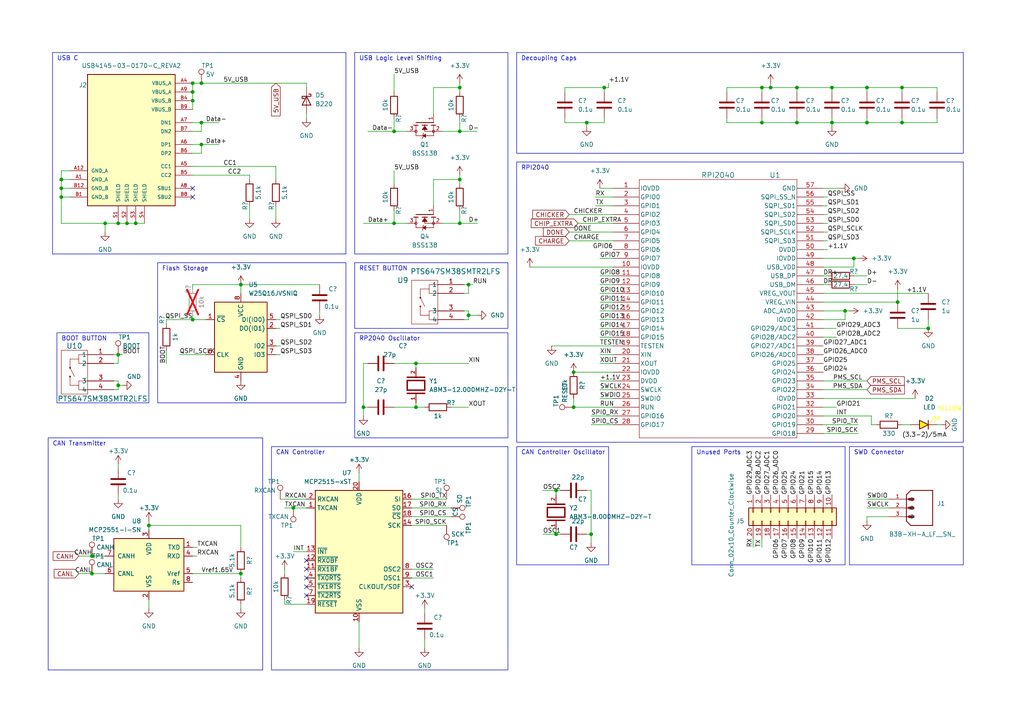
<source format=kicad_sch>
(kicad_sch (version 20230121) (generator eeschema)
  (paper "A4")
  (junction (at 30.48 64.77))
  (junction (at 58.42 41.91))
  (junction (at 133.35 25.4))
  (junction (at 69.85 166.37))
  (junction (at 69.85 82.55))
  (junction (at 171.45 154.94))
  (junction (at 120.65 105.41))
  (junction (at 34.29 111.76))
  (junction (at 55.88 92.71))
  (junction (at 269.24 95.25))
  (junction (at 251.46 35.56))
  (junction (at 43.18 152.4))
  (junction (at 251.46 25.4))
  (junction (at 26.67 166.37))
  (junction (at 170.18 35.56))
  (junction (at 231.14 35.56))
  (junction (at 231.14 25.4))
  (junction (at 135.89 82.55))
  (junction (at 166.37 107.95))
  (junction (at 261.62 35.56))
  (junction (at 39.37 64.77))
  (junction (at 55.88 24.13))
  (junction (at 17.78 54.61))
  (junction (at 17.78 57.15))
  (junction (at 133.35 38.1))
  (junction (at 241.3 35.56))
  (junction (at 247.65 74.93))
  (junction (at 261.62 25.4))
  (junction (at 241.3 25.4))
  (junction (at 36.83 64.77))
  (junction (at 105.41 118.11))
  (junction (at 120.65 118.11))
  (junction (at 17.78 52.07))
  (junction (at 223.52 25.4))
  (junction (at 133.35 64.77))
  (junction (at 114.3 64.77))
  (junction (at 245.11 90.17))
  (junction (at 85.09 147.32))
  (junction (at 220.98 25.4))
  (junction (at 58.42 24.13))
  (junction (at 58.42 35.56))
  (junction (at 26.67 161.29))
  (junction (at 133.35 52.07))
  (junction (at 260.35 87.63))
  (junction (at 175.26 25.4))
  (junction (at 135.89 91.44))
  (junction (at 34.29 102.87))
  (junction (at 114.3 38.1))
  (junction (at 161.29 142.24))
  (junction (at 220.98 35.56))
  (junction (at 55.88 29.21))
  (junction (at 55.88 26.67))
  (junction (at 166.37 118.11))
  (junction (at 161.29 154.94))
  (junction (at 34.29 64.77))
  (no_connect (at 88.9 167.64))
  (no_connect (at 88.9 172.72))
  (no_connect (at 88.9 170.18))
  (no_connect (at 55.88 54.61))
  (no_connect (at 88.9 162.56))
  (no_connect (at 88.9 165.1))
  (no_connect (at 55.88 57.15))
  (no_connect (at 119.38 170.18))
  (wire (pts (xy 166.37 118.11) (xy 177.8 118.11)))
  (wire (pts (xy 231.14 35.56) (xy 220.98 35.56)))
  (wire (pts (xy 238.76 110.49) (xy 251.46 110.49)))
  (wire (pts (xy 118.11 38.1) (xy 114.3 38.1)))
  (wire (pts (xy 238.76 120.65) (xy 252.73 120.65)))
  (wire (pts (xy 34.29 64.77) (xy 36.83 64.77)))
  (wire (pts (xy 34.29 102.87) (xy 35.56 102.87)))
  (wire (pts (xy 176.53 24.13) (xy 176.53 25.4)))
  (wire (pts (xy 43.18 152.4) (xy 43.18 153.67)))
  (wire (pts (xy 172.72 59.69) (xy 177.8 59.69)))
  (wire (pts (xy 163.83 25.4) (xy 163.83 26.67)))
  (wire (pts (xy 260.35 95.25) (xy 269.24 95.25)))
  (wire (pts (xy 261.62 26.67) (xy 261.62 25.4)))
  (wire (pts (xy 220.98 25.4) (xy 210.82 25.4)))
  (wire (pts (xy 58.42 38.1) (xy 58.42 35.56)))
  (wire (pts (xy 238.76 72.39) (xy 240.03 72.39)))
  (wire (pts (xy 22.86 166.37) (xy 26.67 166.37)))
  (wire (pts (xy 120.65 118.11) (xy 120.65 116.84)))
  (wire (pts (xy 34.29 105.41) (xy 34.29 102.87)))
  (wire (pts (xy 85.09 147.32) (xy 88.9 147.32)))
  (wire (pts (xy 55.88 92.71) (xy 55.88 91.44)))
  (wire (pts (xy 106.68 38.1) (xy 114.3 38.1)))
  (wire (pts (xy 247.65 77.47) (xy 247.65 74.93)))
  (wire (pts (xy 55.88 35.56) (xy 58.42 35.56)))
  (wire (pts (xy 220.98 25.4) (xy 220.98 26.67)))
  (wire (pts (xy 271.78 26.67) (xy 271.78 25.4)))
  (wire (pts (xy 20.32 52.07) (xy 17.78 52.07)))
  (wire (pts (xy 172.72 57.15) (xy 177.8 57.15)))
  (wire (pts (xy 43.18 152.4) (xy 43.18 151.13)))
  (wire (pts (xy 173.99 110.49) (xy 177.8 110.49)))
  (wire (pts (xy 48.26 92.71) (xy 55.88 92.71)))
  (wire (pts (xy 133.35 52.07) (xy 133.35 53.34)))
  (wire (pts (xy 223.52 25.4) (xy 220.98 25.4)))
  (wire (pts (xy 119.38 165.1) (xy 125.73 165.1)))
  (wire (pts (xy 252.73 123.19) (xy 254 123.19)))
  (wire (pts (xy 173.99 82.55) (xy 177.8 82.55)))
  (wire (pts (xy 241.3 26.67) (xy 241.3 25.4)))
  (wire (pts (xy 34.29 111.76) (xy 34.29 110.49)))
  (wire (pts (xy 26.67 166.37) (xy 30.48 166.37)))
  (wire (pts (xy 55.88 24.13) (xy 55.88 26.67)))
  (wire (pts (xy 238.76 90.17) (xy 245.11 90.17)))
  (wire (pts (xy 119.38 152.4) (xy 129.54 152.4)))
  (wire (pts (xy 231.14 25.4) (xy 223.52 25.4)))
  (wire (pts (xy 170.18 154.94) (xy 171.45 154.94)))
  (wire (pts (xy 177.8 69.85) (xy 165.1 69.85)))
  (wire (pts (xy 20.32 49.53) (xy 17.78 49.53)))
  (wire (pts (xy 30.48 64.77) (xy 30.48 67.31)))
  (wire (pts (xy 238.76 59.69) (xy 240.03 59.69)))
  (wire (pts (xy 173.99 115.57) (xy 177.8 115.57)))
  (wire (pts (xy 17.78 64.77) (xy 17.78 57.15)))
  (wire (pts (xy 171.45 120.65) (xy 177.8 120.65)))
  (wire (pts (xy 238.76 113.03) (xy 251.46 113.03)))
  (wire (pts (xy 81.28 144.78) (xy 88.9 144.78)))
  (wire (pts (xy 30.48 64.77) (xy 34.29 64.77)))
  (wire (pts (xy 120.65 118.11) (xy 123.19 118.11)))
  (wire (pts (xy 241.3 35.56) (xy 241.3 36.83)))
  (wire (pts (xy 88.9 24.13) (xy 88.9 25.4)))
  (wire (pts (xy 88.9 33.02) (xy 88.9 34.29)))
  (wire (pts (xy 218.44 156.21) (xy 218.44 158.75)))
  (wire (pts (xy 261.62 35.56) (xy 251.46 35.56)))
  (wire (pts (xy 125.73 25.4) (xy 133.35 25.4)))
  (wire (pts (xy 163.83 25.4) (xy 175.26 25.4)))
  (wire (pts (xy 177.8 67.31) (xy 165.1 67.31)))
  (wire (pts (xy 104.14 137.16) (xy 104.14 139.7)))
  (wire (pts (xy 210.82 35.56) (xy 210.82 34.29)))
  (wire (pts (xy 134.62 82.55) (xy 135.89 82.55)))
  (wire (pts (xy 245.11 90.17) (xy 245.11 92.71)))
  (wire (pts (xy 33.02 113.03) (xy 34.29 113.03)))
  (wire (pts (xy 231.14 34.29) (xy 231.14 35.56)))
  (wire (pts (xy 85.09 160.02) (xy 88.9 160.02)))
  (wire (pts (xy 20.32 54.61) (xy 17.78 54.61)))
  (wire (pts (xy 55.88 48.26) (xy 80.01 48.26)))
  (wire (pts (xy 20.32 57.15) (xy 17.78 57.15)))
  (wire (pts (xy 118.11 64.77) (xy 114.3 64.77)))
  (wire (pts (xy 163.83 35.56) (xy 163.83 34.29)))
  (wire (pts (xy 135.89 91.44) (xy 135.89 90.17)))
  (wire (pts (xy 114.3 34.29) (xy 114.3 38.1)))
  (wire (pts (xy 247.65 82.55) (xy 251.46 82.55)))
  (wire (pts (xy 170.18 35.56) (xy 163.83 35.56)))
  (wire (pts (xy 17.78 64.77) (xy 30.48 64.77)))
  (wire (pts (xy 173.99 113.03) (xy 177.8 113.03)))
  (wire (pts (xy 173.99 102.87) (xy 177.8 102.87)))
  (wire (pts (xy 80.01 100.33) (xy 81.28 100.33)))
  (wire (pts (xy 238.76 97.79) (xy 242.57 97.79)))
  (wire (pts (xy 80.01 92.71) (xy 81.28 92.71)))
  (wire (pts (xy 133.35 34.29) (xy 133.35 38.1)))
  (wire (pts (xy 175.26 34.29) (xy 175.26 35.56)))
  (wire (pts (xy 119.38 167.64) (xy 125.73 167.64)))
  (wire (pts (xy 135.89 92.71) (xy 135.89 91.44)))
  (wire (pts (xy 173.99 105.41) (xy 177.8 105.41)))
  (wire (pts (xy 241.3 34.29) (xy 241.3 35.56)))
  (wire (pts (xy 241.3 25.4) (xy 231.14 25.4)))
  (wire (pts (xy 238.76 92.71) (xy 245.11 92.71)))
  (wire (pts (xy 271.78 34.29) (xy 271.78 35.56)))
  (wire (pts (xy 271.78 123.19) (xy 273.05 123.19)))
  (wire (pts (xy 261.62 123.19) (xy 264.16 123.19)))
  (wire (pts (xy 69.85 82.55) (xy 69.85 85.09)))
  (wire (pts (xy 34.29 143.51) (xy 34.29 144.78)))
  (wire (pts (xy 135.89 82.55) (xy 137.16 82.55)))
  (wire (pts (xy 251.46 149.86) (xy 257.81 149.86)))
  (wire (pts (xy 247.65 80.01) (xy 251.46 80.01)))
  (wire (pts (xy 58.42 35.56) (xy 63.5 35.56)))
  (wire (pts (xy 125.73 52.07) (xy 133.35 52.07)))
  (wire (pts (xy 35.56 111.76) (xy 34.29 111.76)))
  (wire (pts (xy 251.46 34.29) (xy 251.46 35.56)))
  (wire (pts (xy 34.29 113.03) (xy 34.29 111.76)))
  (wire (pts (xy 135.89 85.09) (xy 135.89 82.55)))
  (wire (pts (xy 119.38 144.78) (xy 129.54 144.78)))
  (wire (pts (xy 105.41 105.41) (xy 106.68 105.41)))
  (wire (pts (xy 69.85 152.4) (xy 43.18 152.4)))
  (wire (pts (xy 57.15 158.75) (xy 55.88 158.75)))
  (wire (pts (xy 173.99 92.71) (xy 177.8 92.71)))
  (wire (pts (xy 238.76 69.85) (xy 240.03 69.85)))
  (wire (pts (xy 119.38 149.86) (xy 130.81 149.86)))
  (wire (pts (xy 55.88 29.21) (xy 55.88 31.75)))
  (wire (pts (xy 88.9 175.26) (xy 82.55 175.26)))
  (wire (pts (xy 33.02 110.49) (xy 34.29 110.49)))
  (wire (pts (xy 175.26 35.56) (xy 170.18 35.56)))
  (wire (pts (xy 55.88 24.13) (xy 58.42 24.13)))
  (wire (pts (xy 133.35 60.96) (xy 133.35 64.77)))
  (wire (pts (xy 80.01 102.87) (xy 81.28 102.87)))
  (wire (pts (xy 82.55 165.1) (xy 82.55 166.37)))
  (wire (pts (xy 55.88 44.45) (xy 58.42 44.45)))
  (wire (pts (xy 55.88 50.8) (xy 72.39 50.8)))
  (wire (pts (xy 161.29 153.67) (xy 161.29 154.94)))
  (wire (pts (xy 80.01 59.69) (xy 80.01 63.5)))
  (wire (pts (xy 243.84 54.61) (xy 238.76 54.61)))
  (wire (pts (xy 138.43 38.1) (xy 133.35 38.1)))
  (wire (pts (xy 82.55 147.32) (xy 85.09 147.32)))
  (wire (pts (xy 173.99 74.93) (xy 177.8 74.93)))
  (wire (pts (xy 161.29 142.24) (xy 162.56 142.24)))
  (wire (pts (xy 251.46 25.4) (xy 241.3 25.4)))
  (wire (pts (xy 34.29 134.62) (xy 34.29 135.89)))
  (wire (pts (xy 170.18 35.56) (xy 170.18 36.83)))
  (wire (pts (xy 69.85 166.37) (xy 69.85 167.64)))
  (wire (pts (xy 173.99 90.17) (xy 177.8 90.17)))
  (wire (pts (xy 171.45 123.19) (xy 177.8 123.19)))
  (wire (pts (xy 157.48 154.94) (xy 161.29 154.94)))
  (wire (pts (xy 82.55 175.26) (xy 82.55 173.99)))
  (wire (pts (xy 223.52 24.13) (xy 223.52 25.4)))
  (wire (pts (xy 238.76 85.09) (xy 269.24 85.09)))
  (wire (pts (xy 92.71 90.17) (xy 92.71 91.44)))
  (wire (pts (xy 125.73 59.69) (xy 125.73 52.07)))
  (wire (pts (xy 114.3 118.11) (xy 120.65 118.11)))
  (wire (pts (xy 58.42 41.91) (xy 63.5 41.91)))
  (wire (pts (xy 39.37 64.77) (xy 41.91 64.77)))
  (wire (pts (xy 134.62 90.17) (xy 135.89 90.17)))
  (wire (pts (xy 238.76 82.55) (xy 240.03 82.55)))
  (wire (pts (xy 245.11 90.17) (xy 246.38 90.17)))
  (wire (pts (xy 133.35 38.1) (xy 128.27 38.1)))
  (wire (pts (xy 69.85 158.75) (xy 69.85 152.4)))
  (wire (pts (xy 58.42 24.13) (xy 88.9 24.13)))
  (wire (pts (xy 238.76 118.11) (xy 242.57 118.11)))
  (wire (pts (xy 55.88 82.55) (xy 69.85 82.55)))
  (wire (pts (xy 261.62 34.29) (xy 261.62 35.56)))
  (wire (pts (xy 55.88 92.71) (xy 59.69 92.71)))
  (wire (pts (xy 166.37 107.95) (xy 177.8 107.95)))
  (wire (pts (xy 130.81 118.11) (xy 135.89 118.11)))
  (wire (pts (xy 72.39 59.69) (xy 72.39 63.5)))
  (wire (pts (xy 173.99 95.25) (xy 177.8 95.25)))
  (wire (pts (xy 238.76 62.23) (xy 240.03 62.23)))
  (wire (pts (xy 238.76 95.25) (xy 242.57 95.25)))
  (wire (pts (xy 69.85 175.26) (xy 69.85 176.53)))
  (wire (pts (xy 133.35 25.4) (xy 133.35 26.67)))
  (wire (pts (xy 134.62 85.09) (xy 135.89 85.09)))
  (wire (pts (xy 251.46 35.56) (xy 241.3 35.56)))
  (wire (pts (xy 252.73 123.19) (xy 252.73 120.65)))
  (wire (pts (xy 55.88 41.91) (xy 58.42 41.91)))
  (wire (pts (xy 241.3 35.56) (xy 231.14 35.56)))
  (wire (pts (xy 36.83 64.77) (xy 39.37 64.77)))
  (wire (pts (xy 125.73 33.02) (xy 125.73 25.4)))
  (wire (pts (xy 69.85 82.55) (xy 92.71 82.55)))
  (wire (pts (xy 105.41 118.11) (xy 105.41 105.41)))
  (wire (pts (xy 55.88 83.82) (xy 55.88 82.55)))
  (wire (pts (xy 265.43 115.57) (xy 238.76 115.57)))
  (wire (pts (xy 251.46 25.4) (xy 261.62 25.4)))
  (wire (pts (xy 251.46 147.32) (xy 257.81 147.32)))
  (wire (pts (xy 119.38 147.32) (xy 130.81 147.32)))
  (wire (pts (xy 238.76 57.15) (xy 240.03 57.15)))
  (wire (pts (xy 80.01 95.25) (xy 81.28 95.25)))
  (wire (pts (xy 173.99 54.61) (xy 177.8 54.61)))
  (wire (pts (xy 153.67 77.47) (xy 177.8 77.47)))
  (wire (pts (xy 220.98 34.29) (xy 220.98 35.56)))
  (wire (pts (xy 80.01 52.07) (xy 80.01 48.26)))
  (wire (pts (xy 57.15 161.29) (xy 55.88 161.29)))
  (wire (pts (xy 173.99 85.09) (xy 177.8 85.09)))
  (wire (pts (xy 231.14 26.67) (xy 231.14 25.4)))
  (wire (pts (xy 120.65 106.68) (xy 120.65 105.41)))
  (wire (pts (xy 171.45 142.24) (xy 171.45 154.94)))
  (wire (pts (xy 175.26 25.4) (xy 175.26 26.67)))
  (wire (pts (xy 173.99 97.79) (xy 177.8 97.79)))
  (wire (pts (xy 238.76 67.31) (xy 240.03 67.31)))
  (wire (pts (xy 120.65 105.41) (xy 135.89 105.41)))
  (wire (pts (xy 133.35 50.8) (xy 133.35 52.07)))
  (wire (pts (xy 167.64 64.77) (xy 177.8 64.77)))
  (wire (pts (xy 173.99 80.01) (xy 177.8 80.01)))
  (wire (pts (xy 248.92 74.93) (xy 247.65 74.93)))
  (wire (pts (xy 55.88 26.67) (xy 55.88 29.21)))
  (wire (pts (xy 269.24 92.71) (xy 269.24 95.25)))
  (wire (pts (xy 251.46 26.67) (xy 251.46 25.4)))
  (wire (pts (xy 48.26 101.6) (xy 48.26 105.41)))
  (wire (pts (xy 105.41 118.11) (xy 106.68 118.11)))
  (wire (pts (xy 105.41 64.77) (xy 114.3 64.77)))
  (wire (pts (xy 177.8 62.23) (xy 165.1 62.23)))
  (wire (pts (xy 55.88 38.1) (xy 58.42 38.1)))
  (wire (pts (xy 170.18 142.24) (xy 171.45 142.24)))
  (wire (pts (xy 166.37 115.57) (xy 166.37 118.11)))
  (wire (pts (xy 58.42 44.45) (xy 58.42 41.91)))
  (wire (pts (xy 22.86 161.29) (xy 26.67 161.29)))
  (wire (pts (xy 238.76 77.47) (xy 247.65 77.47)))
  (wire (pts (xy 176.53 25.4) (xy 175.26 25.4)))
  (wire (pts (xy 160.02 100.33) (xy 177.8 100.33)))
  (wire (pts (xy 114.3 60.96) (xy 114.3 64.77)))
  (wire (pts (xy 173.99 87.63) (xy 177.8 87.63)))
  (wire (pts (xy 105.41 120.65) (xy 105.41 118.11)))
  (wire (pts (xy 138.43 64.77) (xy 133.35 64.77)))
  (wire (pts (xy 238.76 74.93) (xy 247.65 74.93)))
  (wire (pts (xy 251.46 149.86) (xy 251.46 151.13)))
  (wire (pts (xy 33.02 102.87) (xy 34.29 102.87)))
  (wire (pts (xy 133.35 64.77) (xy 128.27 64.77)))
  (wire (pts (xy 17.78 54.61) (xy 17.78 57.15)))
  (wire (pts (xy 17.78 49.53) (xy 17.78 52.07)))
  (wire (pts (xy 210.82 25.4) (xy 210.82 26.67)))
  (wire (pts (xy 220.98 35.56) (xy 210.82 35.56)))
  (wire (pts (xy 26.67 161.29) (xy 30.48 161.29)))
  (wire (pts (xy 114.3 105.41) (xy 120.65 105.41)))
  (wire (pts (xy 238.76 87.63) (xy 260.35 87.63)))
  (wire (pts (xy 171.45 157.48) (xy 171.45 154.94)))
  (wire (pts (xy 104.14 180.34) (xy 104.14 187.96)))
  (wire (pts (xy 157.48 142.24) (xy 161.29 142.24)))
  (wire (pts (xy 123.19 185.42) (xy 123.19 187.96)))
  (wire (pts (xy 220.98 156.21) (xy 220.98 158.75)))
  (wire (pts (xy 251.46 144.78) (xy 257.81 144.78)))
  (wire (pts (xy 48.26 93.98) (xy 48.26 92.71)))
  (wire (pts (xy 138.43 91.44) (xy 135.89 91.44)))
  (wire (pts (xy 238.76 64.77) (xy 240.03 64.77)))
  (wire (pts (xy 114.3 49.53) (xy 114.3 53.34)))
  (wire (pts (xy 43.18 173.99) (xy 43.18 176.53)))
  (wire (pts (xy 134.62 92.71) (xy 135.89 92.71)))
  (wire (pts (xy 114.3 21.59) (xy 114.3 26.67)))
  (wire (pts (xy 161.29 143.51) (xy 161.29 142.24)))
  (wire (pts (xy 33.02 105.41) (xy 34.29 105.41)))
  (wire (pts (xy 17.78 52.07) (xy 17.78 54.61)))
  (wire (pts (xy 271.78 35.56) (xy 261.62 35.56)))
  (wire (pts (xy 72.39 50.8) (xy 72.39 52.07)))
  (wire (pts (xy 261.62 25.4) (xy 271.78 25.4)))
  (wire (pts (xy 238.76 125.73) (xy 248.92 125.73)))
  (wire (pts (xy 133.35 24.13) (xy 133.35 25.4)))
  (wire (pts (xy 238.76 80.01) (xy 240.03 80.01)))
  (wire (pts (xy 260.35 83.82) (xy 260.35 87.63)))
  (wire (pts (xy 123.19 176.53) (xy 123.19 177.8)))
  (wire (pts (xy 238.76 123.19) (xy 248.92 123.19)))
  (wire (pts (xy 161.29 154.94) (xy 162.56 154.94)))
  (wire (pts (xy 52.07 102.87) (xy 59.69 102.87)))
  (wire (pts (xy 55.88 166.37) (xy 69.85 166.37)))
  (rectangle (start 149.86 46.99) (end 279.4 128.27))
  (rectangle (start 102.87 96.52) (end 147.32 127))
  (rectangle (start 102.87 15.24) (end 147.32 73.66))
  (rectangle (start 15.24 15.24) (end 100.33 73.66))
  (rectangle (start 78.74 129.54) (end 147.32 194.31))
  (rectangle (start 45.72 76.2) (end 100.33 116.84))
  (rectangle (start 13.97 127) (end 76.2 194.31))
  (rectangle (start 246.38 129.54) (end 279.4 163.83))
  (rectangle (start 200.66 129.54) (end 245.11 163.83))
  (rectangle (start 149.86 15.24) (end 279.4 44.45))
  (rectangle (start 16.51 96.52) (end 43.18 116.84))
  (rectangle (start 102.87 76.2) (end 147.32 95.25))
  (rectangle (start 149.86 129.54) (end 176.53 163.83))
  (text "Unused Ports\n" (at 201.93 132.08 0) (effects (font (size 1.27 1.27)) (justify left bottom)))
  (text "YELLOW" (at 271.78 119.38 0) (effects (font (size 1.27 1.27)) (justify left bottom)))
  (text "BOOT BUTTON\n" (at 17.78 99.06 0) (effects (font (size 1.27 1.27)) (justify left bottom)))
  (text "CAN Controller\n" (at 80.01 132.08 0) (effects (font (size 1.27 1.27)) (justify left bottom)))
  (text "USB C" (at 16.51 17.78 0) (effects (font (size 1.27 1.27)) (justify left bottom)))
  (text "SWD Connector" (at 247.65 132.08 0) (effects (font (size 1.27 1.27)) (justify left bottom)))
  (text "Decoupling Caps" (at 151.13 17.78 0) (effects (font (size 1.27 1.27)) (justify left bottom)))
  (text "CAN Controller Oscillator\n" (at 151.13 132.08 0) (effects (font (size 1.27 1.27)) (justify left bottom)))
  (text "Flash Storage\n" (at 46.99 78.74 0) (effects (font (size 1.27 1.27)) (justify left bottom)))
  (text "CAN Transmitter\n" (at 15.24 129.54 0) (effects (font (size 1.27 1.27)) (justify left bottom)))
  (text "RP2040 Oscillator\n" (at 104.14 99.06 0) (effects (font (size 1.27 1.27)) (justify left bottom)))
  (text "USB Logic Level Shifting\n" (at 104.14 17.78 0) (effects (font (size 1.27 1.27)) (justify left bottom)))
  (text "RPI2040" (at 151.13 49.53 0) (effects (font (size 1.27 1.27)) (justify left bottom)))
  (text "RESET BUTTON\n" (at 104.14 78.74 0) (effects (font (size 1.27 1.27)) (justify left bottom)))
  (text "(3.3-2)/5mA" (at 261.62 127 0) (effects (font (size 1.27 1.27)) (justify left bottom)))
  (label "SPI0_CS" (at 171.45 123.19 0))
  (label "OSC2" (at 157.48 142.24 0))
  (label "5V_USB" (at 64.77 24.13 0))
  (label "TESTEN" (at 173.99 100.33 0))
  (label "GPIO13" (at 241.3 143.51 90))
  (label "GPIO14" (at 238.76 143.51 90))
  (label "GPIO10" (at 236.22 156.21 270))
  (label "+1.1V" (at 240.03 72.39 0))
  (label "+1.1V" (at 176.53 24.13 0))
  (label "SPI0_TX" (at 129.54 144.78 180))
  (label "QSPI_SD0" (at 81.28 92.71 0))
  (label "SWDIO" (at 173.99 115.57 0))
  (label "GPIO15" (at 236.22 143.51 90))
  (label "DR+" (at 238.76 80.01 0))
  (label "GPIO11" (at 238.76 156.21 270))
  (label "DONE" (at 166.37 67.31 0))
  (label "QSPI_SD3" (at 240.03 69.85 0))
  (label "CHIP_EXTRA" (at 168.91 64.77 0))
  (label "RUN" (at 173.99 118.11 0))
  (label "GPIO28_ADC2" (at 242.57 97.79 0))
  (label "RXCAN" (at 57.15 161.29 0))
  (label "BOOT" (at 35.56 102.87 0))
  (label "OSC1" (at 125.73 167.64 180))
  (label "BOOT" (at 48.26 105.41 90))
  (label "GPIO12" (at 173.99 90.17 0))
  (label "GPIO11" (at 173.99 87.63 0))
  (label "RUN" (at 137.16 82.55 0))
  (label "RXCAN" (at 82.55 144.78 0))
  (label "GPIO27_ADC1" (at 223.52 143.51 90))
  (label "GPIO27_ADC1" (at 238.76 100.33 0))
  (label "GPIO21" (at 233.68 143.51 90))
  (label "QSPI_SCLK" (at 240.03 67.31 0))
  (label "GPIO9" (at 233.68 156.21 270))
  (label "Vref1.65V" (at 58.42 166.37 0))
  (label "CHARGE" (at 166.37 69.85 0))
  (label "PMS_SCL" (at 250.19 110.49 180))
  (label "TX" (at 220.98 158.75 90))
  (label "GPIO26_ADC0" (at 238.76 102.87 0))
  (label "CANL" (at 26.67 166.37 180))
  (label "GPIO14" (at 173.99 95.25 0))
  (label "GPIO24" (at 238.76 107.95 0))
  (label "+1.1V" (at 262.89 85.09 0))
  (label "XIN" (at 135.89 105.41 0))
  (label "GPIO25" (at 228.6 143.51 90))
  (label "GPIO24" (at 231.14 143.51 90))
  (label "QSPI_SD2" (at 240.03 62.23 0))
  (label "QSPI_SD3" (at 81.28 102.87 0))
  (label "RX" (at 172.72 57.15 0))
  (label "XOUT" (at 135.89 118.11 0))
  (label "CANH" (at 26.67 161.29 180))
  (label "SPI0_RX" (at 171.45 120.65 0))
  (label "GPIO21" (at 242.57 118.11 0))
  (label "D-" (at 251.46 82.55 0))
  (label "GPIO12" (at 241.3 156.21 270))
  (label "RX" (at 218.44 158.75 90))
  (label "Data+" (at 59.69 41.91 0))
  (label "Data-" (at 107.95 38.1 0))
  (label "GPIO7" (at 173.99 74.93 0))
  (label "D-" (at 135.89 38.1 0))
  (label "QSPI_SD2" (at 81.28 100.33 0))
  (label "GPIO9" (at 173.99 82.55 0))
  (label "GPIO28_ADC2" (at 220.98 143.51 90))
  (label "GPIO7" (at 228.6 156.21 270))
  (label "GPIO15" (at 173.99 97.79 0))
  (label "GPIO6" (at 177.8 72.39 180))
  (label "SWCLK" (at 173.99 113.03 0))
  (label "SWDIO" (at 251.46 144.78 0))
  (label "QSPI_SCLK" (at 52.07 102.87 0))
  (label "D+" (at 251.46 80.01 0))
  (label "XIN" (at 173.99 102.87 0))
  (label "GPIO13" (at 173.99 92.71 0))
  (label "GPIO10" (at 173.99 85.09 0))
  (label "SPI0_RX" (at 129.54 147.32 180))
  (label "GPIO29_ADC3" (at 242.57 95.25 0))
  (label "GPIO6" (at 226.06 156.21 270))
  (label "XOUT" (at 173.99 105.41 0))
  (label "GPIO25" (at 238.76 105.41 0))
  (label "QSPI_SS" (at 55.88 92.71 180))
  (label "Data+" (at 106.68 64.77 0))
  (label "OSC2" (at 125.73 165.1 180))
  (label "INT" (at 242.57 120.65 0))
  (label "5V_USB" (at 114.3 49.53 0))
  (label "TX" (at 172.72 59.69 0))
  (label "TXCAN" (at 82.55 147.32 0))
  (label "CHICKER" (at 166.37 62.23 0))
  (label "GPIO8" (at 173.99 80.01 0))
  (label "SPI0_SCK" (at 129.54 152.4 180))
  (label "SWCLK" (at 251.46 147.32 0))
  (label "GPIO26_ADC0" (at 226.06 143.51 90))
  (label "D+" (at 135.89 64.77 0))
  (label "PMS_SDA" (at 250.19 113.03 180))
  (label "GPIO29_ADC3" (at 218.44 143.51 90))
  (label "CC1" (at 64.77 48.26 0))
  (label "INT" (at 85.09 160.02 0))
  (label "OSC1" (at 157.48 154.94 0))
  (label "GPIO8" (at 231.14 156.21 270))
  (label "Data-" (at 59.69 35.56 0))
  (label "CC2" (at 66.04 50.8 0))
  (label "QSPI_SD1" (at 81.28 95.25 0))
  (label "DR-" (at 238.76 82.55 0))
  (label "+1.1V" (at 173.99 110.49 0))
  (label "QSPI_SD0" (at 240.03 64.77 0))
  (label "SPI0_SCK" (at 248.92 125.73 180))
  (label "TXCAN" (at 57.15 158.75 0))
  (label "QSPI_SD1" (at 240.03 59.69 0))
  (label "5V_USB" (at 114.3 21.59 0))
  (label "QSPI_SS" (at 240.03 57.15 0))
  (label "SPI0_TX" (at 248.92 123.19 180))
  (label "SPI0_CS" (at 129.54 149.86 180))
  (global_label "PMS_SCL" (shape input) (at 251.46 110.49 0) (property "Intersheetrefs" "${INTERSHEET_REFS}" (effects hide)))
  (global_label "CANH" (shape input) (at 22.86 161.29 180) (property "Intersheetrefs" "${INTERSHEET_REFS}" (effects hide)))
  (global_label "CANL" (shape input) (at 22.86 166.37 180) (property "Intersheetrefs" "${INTERSHEET_REFS}" (effects hide)))
  (global_label "CHARGE" (shape input) (at 165.1 69.85 180) (property "Intersheetrefs" "${INTERSHEET_REFS}" (effects hide)))
  (global_label "PMS_SDA" (shape input) (at 251.46 113.03 0) (property "Intersheetrefs" "${INTERSHEET_REFS}" (effects hide)))
  (global_label "CHICKER" (shape input) (at 165.1 62.23 180) (property "Intersheetrefs" "${INTERSHEET_REFS}" (effects hide)))
  (global_label "5V_USB" (shape input) (at 80.01 24.13 270) (property "Intersheetrefs" "${INTERSHEET_REFS}" (effects hide)))
  (global_label "CHIP_EXTRA" (shape input) (at 167.64 64.77 180) (property "Intersheetrefs" "${INTERSHEET_REFS}" (effects hide)))
  (global_label "DONE" (shape input) (at 165.1 67.31 180) (property "Intersheetrefs" "${INTERSHEET_REFS}" (effects hide)))
  (symbol (lib_id "bots:R_330R") (at 257.81 123.19 90) (mirror x) (unit 1)
    (property "Reference" "R?" (at 257.81 120.65 90))
    (property "Value" "330" (at 257.81 125.73 90))
    (property "Footprint" "bots:R_0603_1608Metric" (effects hide))
    (property "MPN" "0603WAF3300T5E" (effects hide))
    (property "Manufacturer" "UNI-ROYAL(Uniroyal Elec)" (effects hide))
    (property "Price" "0.0009" (effects hide))
    (property "JLC" "0603" (effects hide))
    (property "LCSC" "C23138" (effects hide))
    (instances (project "POWER_BOARD" (path "" (reference "R?") (unit 1)) (path "" (reference "R40") (unit 1)) (path "" (reference "R53") (unit 1))))
  )
  (symbol (lib_id "power:GND") (at 35.56 111.76 90) (unit 1)
    (property "Reference" "#PWR?" (effects hide))
    (property "Value" "GND" (at 36.83 109.22 90) (effects (justify right)))
    (instances (project "POWER_BOARD" (path "" (reference "#PWR?") (unit 1)) (path "" (reference "#PWR052") (unit 1)) (path "" (reference "#PWR070") (unit 1))))
  )
  (symbol (lib_id "bots:TestPoint_1x1") (at 129.54 152.4 0) (mirror x) (unit 1) (in_bom no)
    (property "Reference" "TP1" (at 129.54 157.48 0) (effects (justify left)))
    (property "Value" "SCK" (at 130.81 154.94 0) (effects (justify left)))
    (property "Footprint" "bots:TestPoint_Pad_1.0x1.0mm" (effects hide))
    (instances (project "POWER_BOARD" (path "" (reference "TP1") (unit 1)) (path "" (reference "TP5") (unit 1)) (path "" (reference "TP13") (unit 1))))
  )
  (symbol (lib_id "bots:B3B-XH-A_LF__SN_") (at 262.89 147.32 0) (unit 1)
    (property "Reference" "J1" (at 271.78 146.05 0) (effects (justify left)))
    (property "Value" "B3B-XH-A_LF__SN_" (at 257.81 154.94 0) (effects (justify left)))
    (property "Footprint" "bots:JST_B3B-XH-A_LF__SN_" (effects hide))
    (property "Price" "0.31" (effects hide))
    (property "MPN" "B3B-XH-A(LF)(SN)" (effects hide))
    (property "Manufacturer" "JST Sales America Inc." (effects hide))
    (instances (project "POWER_BOARD" (path "" (reference "J1") (unit 1)) (path "" (reference "J7") (unit 1))))
  )
  (symbol (lib_id "Connector_Generic:Conn_02x10_Counter_Clockwise") (at 228.6 148.59 90) (mirror x) (unit 1)
    (property "Reference" "J5" (at 215.9 151.13 90) (effects (justify left)))
    (property "Value" "Conn_02x10_Counter_Clockwise" (at 212.09 137.16 0) (effects (justify left)))
    (property "Footprint" "bots:PinHeader_2x10_P2.54mm_Vertical" (effects hide))
    (instances (project "POWER_BOARD" (path "" (reference "J5") (unit 1)) (path "" (reference "J6") (unit 1))))
  )
  (symbol (lib_id "power:+3.3V") (at 223.52 24.13 0) (unit 1)
    (property "Reference" "#PWR?" (effects hide))
    (property "Value" "+3.3V" (at 223.52 19.05 0))
    (instances (project "POWER_BOARD" (path "" (reference "#PWR?") (unit 1)) (path "" (reference "#PWR031") (unit 1)) (path "" (reference "#PWR085") (unit 1))))
  )
  (symbol (lib_id "bots:R_5.1k") (at 69.85 162.56 0) (mirror y) (unit 1)
    (property "Reference" "R?" (at 72.39 162.56 90))
    (property "Value" "5.1k" (at 67.31 162.56 90))
    (property "Footprint" "bots:R_0603_1608Metric" (effects hide))
    (property "MPN" "0603WAF5101T5E" (effects hide))
    (property "Manufacturer" "UNI-ROYAL(Uniroyal Elec)" (effects hide))
    (property "Price" "0.0009" (effects hide))
    (property "JLC" "0603" (effects hide))
    (property "LCSC" "C23186" (effects hide))
    (instances (project "POWER_BOARD" (path "" (reference "R?") (unit 1)) (path "" (reference "R36") (unit 1)) (path "" (reference "R39") (unit 1))))
  )
  (symbol (lib_id "bots:TestPoint_1x1") (at 130.81 149.86 270) (mirror x) (unit 1) (in_bom no)
    (property "Reference" "TP1" (at 135.89 154.94 0) (effects (justify left)))
    (property "Value" "CS" (at 132.08 149.86 0) (effects (justify left)))
    (property "Footprint" "bots:TestPoint_Pad_1.0x1.0mm" (effects hide))
    (instances (project "POWER_BOARD" (path "" (reference "TP1") (unit 1)) (path "" (reference "TP5") (unit 1)) (path "" (reference "TP12") (unit 1))))
  )
  (symbol (lib_id "power:GND") (at 273.05 123.19 90) (unit 1)
    (property "Reference" "#PWR07" (effects hide))
    (property "Value" "GND" (at 276.86 123.19 0))
    (instances (project "POWER_BOARD" (path "" (reference "#PWR07") (unit 1)) (path "" (reference "#PWR021") (unit 1)) (path "" (reference "#PWR064") (unit 1))))
  )
  (symbol (lib_id "power:+3.3V") (at 104.14 137.16 0) (mirror y) (unit 1)
    (property "Reference" "#PWR011" (effects hide))
    (property "Value" "+3.3V" (at 104.14 133.35 0))
    (instances (project "POWER_BOARD" (path "" (reference "#PWR011") (unit 1)) (path "" (reference "#PWR023") (unit 1)) (path "" (reference "#PWR076") (unit 1))))
  )
  (symbol (lib_id "bots:PTS647SM38SMTR2LFS") (at 21.59 107.95 0) (unit 1)
    (property "Reference" "U10" (at 21.59 100.33 0) (effects (font (size 1.524 1.524))))
    (property "Value" "PTS647SM38SMTR2LFS" (at 29.7364 115.6679 0) (effects (font (size 1.524 1.524))))
    (property "Footprint" "bots:SW_PTS647SM38SMTR2LFS_CNK" (effects hide))
    (property "MPN" "PTS647SM38SMTR2LFS" (effects hide))
    (property "Manufacturer" "C&K" (effects hide))
    (property "Price" "0.1118" (effects hide))
    (property "JLC" "SMD,4.5x4.5mm" (effects hide))
    (property "LCSC" "C2689502" (effects hide))
  )
  (symbol (lib_id "power:GND") (at 30.48 67.31 0) (unit 1)
    (property "Reference" "#PWR?" (effects hide))
    (property "Value" "GND" (at 30.48 72.39 0))
    (instances (project "POWER_BOARD" (path "" (reference "#PWR?") (unit 1)) (path "" (reference "#PWR08") (unit 1)) (path "" (reference "#PWR022") (unit 1)) (path "" (reference "#PWR058") (unit 1))))
  )
  (symbol (lib_id "bots:R_27.4R") (at 243.84 80.01 90) (mirror x) (unit 1)
    (property "Reference" "R?" (at 247.65 78.74 90))
    (property "Value" "27.4" (at 243.84 80.01 90))
    (property "Footprint" "bots:R_0603_1608Metric" (effects hide))
    (property "MPN" "0603WAF274JT5E" (effects hide))
    (property "Manufacturer" "UNI-ROYAL(Uniroyal Elec)" (effects hide))
    (property "Price" "0.001" (effects hide))
    (property "JLC" "0603" (effects hide))
    (property "LCSC" "C22926" (effects hide))
    (instances (project "POWER_BOARD" (path "" (reference "R?") (unit 1)) (path "" (reference "R20") (unit 1)) (path "" (reference "R54") (unit 1))))
  )
  (symbol (lib_id "power:GND") (at 269.24 95.25 0) (unit 1)
    (property "Reference" "#PWR?" (effects hide))
    (property "Value" "GND" (at 269.24 100.33 0))
    (instances (project "POWER_BOARD" (path "" (reference "#PWR?") (unit 1)) (path "" (reference "#PWR038") (unit 1)) (path "" (reference "#PWR094") (unit 1))))
  )
  (symbol (lib_id "bots:TestPoint_1x1") (at 130.81 147.32 270) (mirror x) (unit 1) (in_bom no)
    (property "Reference" "TP1" (at 135.89 147.32 0) (effects (justify left)))
    (property "Value" "SO" (at 133.35 146.05 0) (effects (justify left)))
    (property "Footprint" "bots:TestPoint_Pad_1.0x1.0mm" (effects hide))
    (instances (project "POWER_BOARD" (path "" (reference "TP1") (unit 1)) (path "" (reference "TP5") (unit 1)) (path "" (reference "TP11") (unit 1))))
  )
  (symbol (lib_id "bots:R_10k") (at 133.35 30.48 0) (mirror y) (unit 1)
    (property "Reference" "R?" (at 134.62 34.29 90))
    (property "Value" "10k" (at 130.81 30.48 90))
    (property "Footprint" "bots:R_0603_1608Metric" (effects hide))
    (property "MPN" "0603WAF1002T5E" (effects hide))
    (property "Manufacturer" "UNI-ROYAL(Uniroyal Elec)" (effects hide))
    (property "Price" "0.0008" (effects hide))
    (property "JLC" "0603" (effects hide))
    (property "LCSC" "C25804" (effects hide))
    (instances (project "POWER_BOARD" (path "" (reference "R?") (unit 1)) (path "" (reference "R13") (unit 1)) (path "" (reference "R51") (unit 1))))
  )
  (symbol (lib_id "bots:ABM3-12.000MHZ-D2Y-T") (at 120.65 111.76 90) (unit 1)
    (property "Reference" "Y1" (at 124.46 110.49 90) (effects (justify right)))
    (property "Value" "ABM3-12.000MHZ-D2Y-T" (at 124.46 113.03 90) (effects (justify right)))
    (property "Footprint" "bots:ABM3" (effects hide))
    (property "MPN" "ABM3-12.000MHZ-D2Y-T" (effects hide))
    (property "Manufacturer" "Abracon" (effects hide))
    (property "Price" "0.7616" (effects hide))
    (property "JLC" "SMD5032-2P" (effects hide))
    (property "LCSC" "C148313" (effects hide))
  )
  (symbol (lib_id "bots:C_22p") (at 166.37 142.24 90) (unit 1)
    (property "Reference" "C?" (at 168.91 144.78 90))
    (property "Value" "22p" (at 167.64 138.43 90))
    (property "Footprint" "bots:C_0603_1608Metric" (effects hide))
    (property "MPN" "CL10C220JB8NNNC" (effects hide))
    (property "Manufacturer" "Samsung Electro-Mechanics" (effects hide))
    (property "Price" "0.0052" (effects hide))
    (property "JLC" "0603" (effects hide))
    (property "LCSC" "C1653" (effects hide))
    (instances (project "POWER_BOARD" (path "" (reference "C?") (unit 1)) (path "" (reference "C30") (unit 1)) (path "" (reference "C37") (unit 1))))
  )
  (symbol (lib_id "power:GND") (at 160.02 100.33 0) (unit 1)
    (property "Reference" "#PWR?" (effects hide))
    (property "Value" "GND" (at 160.02 105.41 0))
    (instances (project "POWER_BOARD" (path "" (reference "#PWR?") (unit 1)) (path "" (reference "#PWR049") (unit 1)) (path "" (reference "#PWR079") (unit 1))))
  )
  (symbol (lib_id "bots:C_0.1u") (at 92.71 86.36 0) (unit 1)
    (property "Reference" "C?" (at 95.25 83.82 0) (effects (justify left)))
    (property "Value" "0.1u" (at 93.98 88.9 0) (effects (justify left)))
    (property "Footprint" "bots:C_0603_1608Metric" (effects hide))
    (property "MPN" "CC0603KRX7R9BB104" (effects hide))
    (property "Manufacturer" "YAGEO" (effects hide))
    (property "Price" "0.0021" (effects hide))
    (property "JLC" "0603" (effects hide))
    (property "LCSC" "C14663" (effects hide))
    (instances (project "POWER_BOARD" (path "" (reference "C?") (unit 1)) (path "" (reference "C26") (unit 1)) (path "" (reference "C32") (unit 1))))
  )
  (symbol (lib_id "bots:C_22p") (at 166.37 154.94 90) (unit 1)
    (property "Reference" "C?" (at 166.37 158.75 90))
    (property "Value" "22p" (at 167.64 151.13 90))
    (property "Footprint" "bots:C_0603_1608Metric" (effects hide))
    (property "MPN" "CL10C220JB8NNNC" (effects hide))
    (property "Manufacturer" "Samsung Electro-Mechanics" (effects hide))
    (property "Price" "0.0052" (effects hide))
    (property "JLC" "0603" (effects hide))
    (property "LCSC" "C1653" (effects hide))
    (instances (project "POWER_BOARD" (path "" (reference "C?") (unit 1)) (path "" (reference "C31") (unit 1)) (path "" (reference "C38") (unit 1))))
  )
  (symbol (lib_id "bots:BSS138") (at 123.19 62.23 90) (mirror x) (unit 1)
    (property "Reference" "Q4" (at 123.19 68.58 90))
    (property "Value" "BSS138" (at 123.19 71.12 90))
    (property "Footprint" "bots:SOT95P240X111-3N" (effects hide))
    (property "Package" "SOT-23" (effects hide))
    (property "Price" "0.51" (effects hide))
    (property "MPN" "BSS138" (effects hide))
    (property "Manufacturer" "onsemi" (effects hide))
    (property "JLC" "SOT-23" (effects hide))
    (property "LCSC" "C52895" (effects hide))
    (property "Description" "N-Channel 50 V 200mA (Ta) 225mW (Ta) Surface Mount SOT-23-3 (TO-236)" (effects hide))
    (instances (project "POWER_BOARD" (path "" (reference "Q4") (unit 1)) (path "" (reference "Q10") (unit 1))))
  )
  (symbol (lib_id "power:GND") (at 243.84 54.61 90) (unit 1)
    (property "Reference" "#PWR?" (effects hide))
    (property "Value" "GND" (at 247.65 54.61 90) (effects (justify right)))
    (instances (project "POWER_BOARD" (path "" (reference "#PWR?") (unit 1)) (path "" (reference "#PWR016") (unit 1)) (path "" (reference "#PWR087") (unit 1))))
  )
  (symbol (lib_id "bots:RPI2040") (at 177.8 54.61 0) (unit 1)
    (property "Reference" "U1" (at 224.79 50.8 0) (effects (font (size 1.524 1.524))))
    (property "Value" "RPI2040" (at 208.28 50.8 0) (effects (font (size 1.524 1.524))))
    (property "Footprint" "bots:QFN56_7X7_RPI" (effects hide))
    (property "MPN" "RP2040" (effects hide))
    (property "Manufacturer" "Raspberry Pi" (effects hide))
    (property "Price" "0.9997" (effects hide))
    (property "JLC" "LQFN-56(7x7)" (effects hide))
    (property "LCSC" "C2040" (effects hide))
    (instances (project "POWER_BOARD" (path "" (reference "U1") (unit 1)) (path "" (reference "U13") (unit 1))))
  )
  (symbol (lib_id "bots:R_10k") (at 82.55 170.18 0) (mirror y) (unit 1)
    (property "Reference" "R?" (at 83.82 173.99 90))
    (property "Value" "10k" (at 80.01 170.18 90))
    (property "Footprint" "bots:R_0603_1608Metric" (effects hide))
    (property "MPN" "0603WAF1002T5E" (effects hide))
    (property "Manufacturer" "UNI-ROYAL(Uniroyal Elec)" (effects hide))
    (property "Price" "0.0008" (effects hide))
    (property "JLC" "0603" (effects hide))
    (property "LCSC" "C25804" (effects hide))
    (instances (project "POWER_BOARD" (path "" (reference "R?") (unit 1)) (path "" (reference "R30") (unit 1)) (path "" (reference "R49") (unit 1))))
  )
  (symbol (lib_id "bots:C_0.1u") (at 241.3 30.48 0) (unit 1)
    (property "Reference" "C?" (at 243.84 29.21 0) (effects (justify left)))
    (property "Value" "0.1u" (at 243.84 31.75 0) (effects (justify left)))
    (property "Footprint" "bots:C_0603_1608Metric" (effects hide))
    (property "MPN" "CC0603KRX7R9BB104" (effects hide))
    (property "Manufacturer" "YAGEO" (effects hide))
    (property "Price" "0.0021" (effects hide))
    (property "JLC" "0603" (effects hide))
    (property "LCSC" "C14663" (effects hide))
    (instances (project "POWER_BOARD" (path "" (reference "C?") (unit 1)) (path "" (reference "C18") (unit 1)) (path "" (reference "C42") (unit 1))))
  )
  (symbol (lib_id "bots:C_0.1u") (at 231.14 30.48 0) (unit 1)
    (property "Reference" "C?" (at 233.68 29.21 0) (effects (justify left)))
    (property "Value" "0.1u" (at 233.68 31.75 0) (effects (justify left)))
    (property "Footprint" "bots:C_0603_1608Metric" (effects hide))
    (property "MPN" "CC0603KRX7R9BB104" (effects hide))
    (property "Manufacturer" "YAGEO" (effects hide))
    (property "Price" "0.0021" (effects hide))
    (property "JLC" "0603" (effects hide))
    (property "LCSC" "C14663" (effects hide))
    (instances (project "POWER_BOARD" (path "" (reference "C?") (unit 1)) (path "" (reference "C17") (unit 1)) (path "" (reference "C41") (unit 1))))
  )
  (symbol (lib_id "bots:C_1u") (at 269.24 88.9 0) (unit 1)
    (property "Reference" "C?" (at 273.05 87.63 0) (effects (justify left)))
    (property "Value" "1u" (at 273.05 90.17 0) (effects (justify left)))
    (property "Footprint" "bots:C_0603_1608Metric" (effects hide))
    (property "MPN" "CL10A105KB8NNNC" (effects hide))
    (property "Manufacturer" "Samsung Electro-Mechanics" (effects hide))
    (property "Price" "0.0046" (effects hide))
    (property "JLC" "0603" (effects hide))
    (property "LCSC" "C15849" (effects hide))
    (instances (project "POWER_BOARD" (path "" (reference "C?") (unit 1)) (path "" (reference "C23") (unit 1)) (path "" (reference "C46") (unit 1))))
  )
  (symbol (lib_id "power:GND") (at 69.85 110.49 0) (unit 1)
    (property "Reference" "#PWR?" (effects hide))
    (property "Value" "GND" (at 69.85 115.57 0))
    (instances (project "POWER_BOARD" (path "" (reference "#PWR?") (unit 1)) (path "" (reference "#PWR042") (unit 1)) (path "" (reference "#PWR063") (unit 1))))
  )
  (symbol (lib_id "bots:C_0.1u") (at 271.78 30.48 0) (unit 1)
    (property "Reference" "C?" (at 274.32 29.21 0) (effects (justify left)))
    (property "Value" "0.1u" (at 274.32 31.75 0) (effects (justify left)))
    (property "Footprint" "bots:C_0603_1608Metric" (effects hide))
    (property "MPN" "CC0603KRX7R9BB104" (effects hide))
    (property "Manufacturer" "YAGEO" (effects hide))
    (property "Price" "0.0021" (effects hide))
    (property "JLC" "0603" (effects hide))
    (property "LCSC" "C14663" (effects hide))
    (instances (project "POWER_BOARD" (path "" (reference "C?") (unit 1)) (path "" (reference "C21") (unit 1)) (path "" (reference "C47") (unit 1))))
  )
  (symbol (lib_id "bots:R_27.4R") (at 243.84 82.55 90) (mirror x) (unit 1)
    (property "Reference" "R?" (at 247.65 83.82 90))
    (property "Value" "27.4" (at 243.84 82.55 90))
    (property "Footprint" "bots:R_0603_1608Metric" (effects hide))
    (property "MPN" "0603WAF274JT5E" (effects hide))
    (property "Manufacturer" "UNI-ROYAL(Uniroyal Elec)" (effects hide))
    (property "Price" "0.001" (effects hide))
    (property "JLC" "0603" (effects hide))
    (property "LCSC" "C22926" (effects hide))
    (instances (project "POWER_BOARD" (path "" (reference "R?") (unit 1)) (path "" (reference "R21") (unit 1)) (path "" (reference "R55") (unit 1))))
  )
  (symbol (lib_id "power:+3.3V") (at 69.85 82.55 0) (mirror y) (unit 1)
    (property "Reference" "#PWR011" (effects hide))
    (property "Value" "+3.3V" (at 69.85 77.47 0))
    (instances (project "POWER_BOARD" (path "" (reference "#PWR011") (unit 1)) (path "" (reference "#PWR040") (unit 1)) (path "" (reference "#PWR062") (unit 1))))
  )
  (symbol (lib_id "bots:C_27p") (at 110.49 118.11 90) (unit 1)
    (property "Reference" "C?" (at 110.49 110.49 90))
    (property "Value" "27p" (at 110.49 113.03 90))
    (property "Footprint" "bots:C_0603_1608Metric" (effects hide))
    (property "MPN" "CC0603JRNPO9BN270" (effects hide))
    (property "Manufacturer" "YAGEO" (effects hide))
    (property "Price" "0.0027" (effects hide))
    (property "JLC" "0603" (effects hide))
    (property "LCSC" "C107045" (effects hide))
    (instances (project "POWER_BOARD" (path "" (reference "C?") (unit 1)) (path "" (reference "C25") (unit 1)) (path "" (reference "C34") (unit 1))))
  )
  (symbol (lib_id "bots:C_27p") (at 110.49 105.41 90) (unit 1)
    (property "Reference" "C?" (at 116.84 100.33 90))
    (property "Value" "27p" (at 113.03 102.87 90))
    (property "Footprint" "bots:C_0603_1608Metric" (effects hide))
    (property "MPN" "CC0603JRNPO9BN270" (effects hide))
    (property "Manufacturer" "YAGEO" (effects hide))
    (property "Price" "0.0027" (effects hide))
    (property "JLC" "0603" (effects hide))
    (property "LCSC" "C107045" (effects hide))
    (instances (project "POWER_BOARD" (path "" (reference "C?") (unit 1)) (path "" (reference "C24") (unit 1)) (path "" (reference "C33") (unit 1))))
  )
  (symbol (lib_id "power:GND") (at 138.43 91.44 90) (unit 1)
    (property "Reference" "#PWR?" (effects hide))
    (property "Value" "GND" (at 142.24 91.44 90) (effects (justify right)))
    (instances (project "POWER_BOARD" (path "" (reference "#PWR?") (unit 1)) (path "" (reference "#PWR051") (unit 1)) (path "" (reference "#PWR070") (unit 1))))
  )
  (symbol (lib_id "bots:R_5.1k") (at 80.01 55.88 0) (unit 1)
    (property "Reference" "R?" (at 78.74 59.69 90))
    (property "Value" "5.1k" (at 82.55 55.88 90))
    (property "Footprint" "bots:R_0603_1608Metric" (effects hide))
    (property "MPN" "0603WAF5101T5E" (effects hide))
    (property "Manufacturer" "UNI-ROYAL(Uniroyal Elec)" (effects hide))
    (property "Price" "0.0009" (effects hide))
    (property "JLC" "0603" (effects hide))
    (property "LCSC" "C23186" (effects hide))
    (instances (project "POWER_BOARD" (path "" (reference "R?") (unit 1)) (path "" (reference "R12") (unit 1)) (path "" (reference "R42") (unit 1))))
  )
  (symbol (lib_id "bots:TestPoint_1x1") (at 166.37 118.11 90) (unit 1) (in_bom no)
    (property "Reference" "TP1" (at 161.29 118.11 0) (effects (justify left)))
    (property "Value" "RESET" (at 163.83 116.84 0) (effects (justify left)))
    (property "Footprint" "bots:TestPoint_Pad_1.0x1.0mm" (effects hide))
    (instances (project "POWER_BOARD" (path "" (reference "TP1") (unit 1)) (path "" (reference "TP4") (unit 1)) (path "" (reference "TP29") (unit 1))))
  )
  (symbol (lib_id "power:+3.3V") (at 173.99 54.61 0) (unit 1)
    (property "Reference" "#PWR?" (effects hide))
    (property "Value" "+3.3V" (at 173.99 49.53 0))
    (instances (project "POWER_BOARD" (path "" (reference "#PWR?") (unit 1)) (path "" (reference "#PWR013") (unit 1)) (path "" (reference "#PWR082") (unit 1))))
  )
  (symbol (lib_id "power:+3.3V") (at 123.19 176.53 0) (mirror y) (unit 1)
    (property "Reference" "#PWR011" (effects hide))
    (property "Value" "+3.3V" (at 123.19 172.72 0))
    (instances (project "POWER_BOARD" (path "" (reference "#PWR011") (unit 1)) (path "" (reference "#PWR059") (unit 1)) (path "" (reference "#PWR076") (unit 1))))
  )
  (symbol (lib_id "power:+3.3V") (at 133.35 24.13 0) (mirror y) (unit 1)
    (property "Reference" "#PWR011" (effects hide))
    (property "Value" "+3.3V" (at 133.35 19.05 0))
    (instances (project "POWER_BOARD" (path "" (reference "#PWR011") (unit 1)) (path "" (reference "#PWR027") (unit 1)) (path "" (reference "#PWR074") (unit 1))))
  )
  (symbol (lib_id "power:+3.3V") (at 153.67 77.47 0) (unit 1)
    (property "Reference" "#PWR?" (effects hide))
    (property "Value" "+3.3V" (at 153.67 72.39 0))
    (instances (project "POWER_BOARD" (path "" (reference "#PWR?") (unit 1)) (path "" (reference "#PWR014") (unit 1)) (path "" (reference "#PWR078") (unit 1))))
  )
  (symbol (lib_id "bots:R_10k") (at 133.35 57.15 0) (mirror y) (unit 1)
    (property "Reference" "R?" (at 134.62 60.96 90))
    (property "Value" "10k" (at 130.81 57.15 90))
    (property "Footprint" "bots:R_0603_1608Metric" (effects hide))
    (property "MPN" "0603WAF1002T5E" (effects hide))
    (property "Manufacturer" "UNI-ROYAL(Uniroyal Elec)" (effects hide))
    (property "Price" "0.0008" (effects hide))
    (property "JLC" "0603" (effects hide))
    (property "LCSC" "C25804" (effects hide))
    (instances (project "POWER_BOARD" (path "" (reference "R?") (unit 1)) (path "" (reference "R16") (unit 1)) (path "" (reference "R52") (unit 1))))
  )
  (symbol (lib_id "bots:R_1k") (at 48.26 97.79 0) (mirror x) (unit 1)
    (property "Reference" "R?" (at 46.99 92.71 90))
    (property "Value" "1k" (at 50.8 97.79 90))
    (property "Footprint" "bots:R_0603_1608Metric" (effects hide))
    (property "MPN" "0603WAF1001T5E" (effects hide))
    (property "Manufacturer" "UNI-ROYAL(Uniroyal Elec)" (effects hide))
    (property "Price" "0.0007" (effects hide))
    (property "JLC" "0603" (effects hide))
    (property "LCSC" "C21190" (effects hide))
    (instances (project "POWER_BOARD" (path "" (reference "R?") (unit 1)) (path "" (reference "R18") (unit 1)) (path "" (reference "R37") (unit 1))))
  )
  (symbol (lib_id "power:GND") (at 251.46 151.13 0) (unit 1)
    (property "Reference" "#PWR?" (effects hide))
    (property "Value" "GND" (at 251.46 156.21 0))
    (instances (project "POWER_BOARD" (path "" (reference "#PWR?") (unit 1)) (path "" (reference "#PWR048") (unit 1)) (path "" (reference "#PWR090") (unit 1))))
  )
  (symbol (lib_id "bots:B220") (at 88.9 29.21 270) (unit 1)
    (property "Reference" "D5" (at 91.44 27.6225 90) (effects (justify left)))
    (property "Value" "B220" (at 91.44 30.1625 90) (effects (justify left)))
    (property "Footprint" "bots:D_SMB" (effects hide))
    (property "Datasheet" "http://www.jameco.com/Jameco/Products/ProdDS/1538777.pdf" (effects hide))
    (property "MPN" "B220-13-F" (effects hide))
    (property "Manufacturer" "Diodes Incorporated" (effects hide))
    (property "Price" "0.0833" (effects hide))
    (property "JLC" "SMB(DO-214AA)" (effects hide))
    (property "LCSC" "C110480" (effects hide))
  )
  (symbol (lib_id "power:+3.3V") (at 133.35 50.8 0) (mirror y) (unit 1)
    (property "Reference" "#PWR011" (effects hide))
    (property "Value" "+3.3V" (at 133.35 45.72 0))
    (instances (project "POWER_BOARD" (path "" (reference "#PWR011") (unit 1)) (path "" (reference "#PWR029") (unit 1)) (path "" (reference "#PWR075") (unit 1))))
  )
  (symbol (lib_id "bots:R_5.1k") (at 69.85 171.45 0) (mirror y) (unit 1)
    (property "Reference" "R?" (at 72.39 171.45 90))
    (property "Value" "5.1k" (at 67.31 171.45 90))
    (property "Footprint" "bots:R_0603_1608Metric" (effects hide))
    (property "MPN" "0603WAF5101T5E" (effects hide))
    (property "Manufacturer" "UNI-ROYAL(Uniroyal Elec)" (effects hide))
    (property "Price" "0.0009" (effects hide))
    (property "JLC" "0603" (effects hide))
    (property "LCSC" "C23186" (effects hide))
    (instances (project "POWER_BOARD" (path "" (reference "R?") (unit 1)) (path "" (reference "R35") (unit 1)) (path "" (reference "R40") (unit 1))))
  )
  (symbol (lib_id "power:GND") (at 69.85 176.53 0) (unit 1)
    (property "Reference" "#PWR?" (effects hide))
    (property "Value" "GND" (at 69.85 181.61 0))
    (instances (project "POWER_BOARD" (path "" (reference "#PWR?") (unit 1)) (path "" (reference "#PWR057") (unit 1)) (path "" (reference "#PWR061") (unit 1))))
  )
  (symbol (lib_id "bots:TestPoint_1x1drill") (at 26.67 166.37 0) (unit 1) (in_bom no)
    (property "Reference" "TP1" (at 26.67 161.29 0) (effects (justify left)))
    (property "Value" "CANL" (at 27.94 163.83 0) (effects (justify left)))
    (property "Footprint" "bots:TestPoint_THTPad_D1.0mm_Drill0.5mm" (effects hide))
    (instances (project "POWER_BOARD" (path "" (reference "TP1") (unit 1)) (path "" (reference "TP5") (unit 1)) (path "" (reference "TP7") (unit 1))))
  )
  (symbol (lib_id "power:GND") (at 171.45 157.48 0) (unit 1)
    (property "Reference" "#PWR?" (effects hide))
    (property "Value" "GND" (at 171.45 162.56 0))
    (instances (project "POWER_BOARD" (path "" (reference "#PWR?") (unit 1)) (path "" (reference "#PWR036") (unit 1)) (path "" (reference "#PWR084") (unit 1))))
  )
  (symbol (lib_id "power:GND") (at 72.39 63.5 0) (unit 1)
    (property "Reference" "#PWR?" (effects hide))
    (property "Value" "GND" (at 72.39 68.58 0))
    (instances (project "POWER_BOARD" (path "" (reference "#PWR?") (unit 1)) (path "" (reference "#PWR08") (unit 1)) (path "" (reference "#PWR01") (unit 1)) (path "" (reference "#PWR064") (unit 1))))
  )
  (symbol (lib_id "bots:TestPoint_1x1") (at 81.28 144.78 0) (mirror y) (unit 1) (in_bom no)
    (property "Reference" "TP1" (at 81.28 139.7 0) (effects (justify left)))
    (property "Value" "RXCAN" (at 80.01 142.24 0) (effects (justify left)))
    (property "Footprint" "bots:TestPoint_Pad_1.0x1.0mm" (effects hide))
    (instances (project "POWER_BOARD" (path "" (reference "TP1") (unit 1)) (path "" (reference "TP5") (unit 1)) (path "" (reference "TP8") (unit 1))))
  )
  (symbol (lib_id "bots:TestPoint_1x1") (at 85.09 147.32 180) (unit 1) (in_bom no)
    (property "Reference" "TP1" (at 85.09 152.4 0) (effects (justify left)))
    (property "Value" "TXCAN" (at 83.82 149.86 0) (effects (justify left)))
    (property "Footprint" "bots:TestPoint_Pad_1.0x1.0mm" (effects hide))
    (instances (project "POWER_BOARD" (path "" (reference "TP1") (unit 1)) (path "" (reference "TP5") (unit 1)) (path "" (reference "TP9") (unit 1))))
  )
  (symbol (lib_id "power:GND") (at 104.14 187.96 0) (unit 1)
    (property "Reference" "#PWR?" (effects hide))
    (property "Value" "GND" (at 104.14 193.04 0))
    (instances (project "POWER_BOARD" (path "" (reference "#PWR?") (unit 1)) (path "" (reference "#PWR026") (unit 1)) (path "" (reference "#PWR077") (unit 1))))
  )
  (symbol (lib_id "bots:USB4145-03-0170-C_REVA2") (at 38.1 46.99 0) (unit 1)
    (property "Reference" "J2" (at 22.86 25.4 0) (effects (justify left bottom)))
    (property "Value" "USB4145-03-0170-C_REVA2" (at 38.1 19.05 0))
    (property "Footprint" "bots:GCT_USB4145-03-0170-C_REVA2" (effects hide))
    (property "Price" "1.61" (effects hide))
    (property "Description" "USB-C (USB TYPE-C) USB 2.0 Receptacle Connector 24 (16+8 Dummy) Position Surface Mount, Through Hole" (effects hide))
    (property "MPN" "USB4145-03-0170-C" (effects hide))
    (property "Manufacturer" "GCT" (effects hide))
  )
  (symbol (lib_id "bots:MCP2515T-I/ST") (at 104.14 160.02 0) (mirror y) (unit 1)
    (property "Reference" "U7" (at 101.9459 137.16 0) (effects (justify left)))
    (property "Value" "MCP2515-xST" (at 101.9459 139.7 0) (effects (justify left)))
    (property "Footprint" "bots:TSSOP-20_4.4x6.5mm_P0.65mm" (effects hide))
    (property "Datasheet" "http://ww1.microchip.com/downloads/en/DeviceDoc/21801e.pdf" (effects hide))
    (property "MPN" "MCP2515T-I/ST" (effects hide))
    (property "Manufacturer" "Microchip" (effects hide))
    (property "Price" "1.2541" (effects hide))
    (property "JLC" "TSSOP-20" (effects hide))
    (property "LCSC" "C185941" (effects hide))
    (instances (project "POWER_BOARD" (path "" (reference "U7") (unit 1)) (path "" (reference "U12") (unit 1))))
  )
  (symbol (lib_id "bots:R_10k") (at 166.37 111.76 0) (mirror y) (unit 1)
    (property "Reference" "R?" (at 168.91 111.76 90))
    (property "Value" "10k" (at 163.83 111.76 90))
    (property "Footprint" "bots:R_0603_1608Metric" (effects hide))
    (property "MPN" "0603WAF1002T5E" (effects hide))
    (property "Manufacturer" "UNI-ROYAL(Uniroyal Elec)" (effects hide))
    (property "Price" "0.0008" (effects hide))
    (property "JLC" "0603" (effects hide))
    (property "LCSC" "C25804" (effects hide))
    (instances (project "POWER_BOARD" (path "" (reference "R?") (unit 1)) (path "" (reference "R28") (unit 1)) (path "" (reference "R53") (unit 1))))
  )
  (symbol (lib_id "bots:C_0.1u") (at 220.98 30.48 0) (unit 1)
    (property "Reference" "C?" (at 223.52 29.21 0) (effects (justify left)))
    (property "Value" "0.1u" (at 223.52 31.75 0) (effects (justify left)))
    (property "Footprint" "bots:C_0603_1608Metric" (effects hide))
    (property "MPN" "CC0603KRX7R9BB104" (effects hide))
    (property "Manufacturer" "YAGEO" (effects hide))
    (property "Price" "0.0021" (effects hide))
    (property "JLC" "0603" (effects hide))
    (property "LCSC" "C14663" (effects hide))
    (instances (project "POWER_BOARD" (path "" (reference "C?") (unit 1)) (path "" (reference "C16") (unit 1)) (path "" (reference "C40") (unit 1))))
  )
  (symbol (lib_id "power:+3.3V") (at 260.35 83.82 0) (mirror y) (unit 1)
    (property "Reference" "#PWR?" (effects hide))
    (property "Value" "+3.3V" (at 260.35 78.74 0))
    (instances (project "POWER_BOARD" (path "" (reference "#PWR?") (unit 1)) (path "" (reference "#PWR030") (unit 1)) (path "" (reference "#PWR092") (unit 1))))
  )
  (symbol (lib_id "bots:C_0.1u") (at 34.29 139.7 0) (unit 1)
    (property "Reference" "C?" (at 36.83 137.16 0) (effects (justify left)))
    (property "Value" "0.1u" (at 35.56 142.24 0) (effects (justify left)))
    (property "Footprint" "bots:C_0603_1608Metric" (effects hide))
    (property "MPN" "CC0603KRX7R9BB104" (effects hide))
    (property "Manufacturer" "YAGEO" (effects hide))
    (property "Price" "0.0021" (effects hide))
    (property "JLC" "0603" (effects hide))
    (property "LCSC" "C14663" (effects hide))
    (instances (project "POWER_BOARD" (path "" (reference "C?") (unit 1)) (path "" (reference "C32") (unit 1)) (path "" (reference "C32") (unit 1))))
  )
  (symbol (lib_id "power:GND") (at 80.01 63.5 0) (unit 1)
    (property "Reference" "#PWR?" (effects hide))
    (property "Value" "GND" (at 80.01 68.58 0))
    (instances (project "POWER_BOARD" (path "" (reference "#PWR?") (unit 1)) (path "" (reference "#PWR08") (unit 1)) (path "" (reference "#PWR025") (unit 1)) (path "" (reference "#PWR065") (unit 1))))
  )
  (symbol (lib_id "power:GND") (at 105.41 120.65 0) (unit 1)
    (property "Reference" "#PWR?" (effects hide))
    (property "Value" "GND" (at 105.41 125.73 0))
    (instances (project "POWER_BOARD" (path "" (reference "#PWR?") (unit 1)) (path "" (reference "#PWR039") (unit 1)) (path "" (reference "#PWR070") (unit 1))))
  )
  (symbol (lib_id "power:GND") (at 170.18 36.83 0) (unit 1)
    (property "Reference" "#PWR?" (effects hide))
    (property "Value" "GND" (at 170.18 41.91 0))
    (instances (project "POWER_BOARD" (path "" (reference "#PWR?") (unit 1)) (path "" (reference "#PWR037") (unit 1)) (path "" (reference "#PWR081") (unit 1))))
  )
  (symbol (lib_id "bots:C_0.1u") (at 163.83 30.48 0) (unit 1)
    (property "Reference" "C?" (at 167.64 29.21 0) (effects (justify left)))
    (property "Value" "0.1u" (at 167.64 31.75 0) (effects (justify left)))
    (property "Footprint" "bots:C_0603_1608Metric" (effects hide))
    (property "MPN" "CC0603KRX7R9BB104" (effects hide))
    (property "Manufacturer" "YAGEO" (effects hide))
    (property "Price" "0.0021" (effects hide))
    (property "JLC" "0603" (effects hide))
    (property "LCSC" "C14663" (effects hide))
    (instances (project "POWER_BOARD" (path "" (reference "C?") (unit 1)) (path "" (reference "C13") (unit 1)) (path "" (reference "C35") (unit 1))))
  )
  (symbol (lib_id "power:+3.3V") (at 34.29 134.62 0) (mirror y) (unit 1)
    (property "Reference" "#PWR011" (effects hide))
    (property "Value" "+3.3V" (at 34.29 130.81 0))
    (instances (project "POWER_BOARD" (path "" (reference "#PWR011") (unit 1)) (path "" (reference "#PWR032") (unit 1)) (path "" (reference "#PWR076") (unit 1))))
  )
  (symbol (lib_id "power:GND") (at 88.9 34.29 0) (unit 1)
    (property "Reference" "#PWR?" (effects hide))
    (property "Value" "GND" (at 88.9 39.37 0))
    (instances (project "POWER_BOARD" (path "" (reference "#PWR?") (unit 1)) (path "" (reference "#PWR08") (unit 1)) (path "" (reference "#PWR024") (unit 1)) (path "" (reference "#PWR068") (unit 1))))
  )
  (symbol (lib_id "bots:C_0.1u") (at 175.26 30.48 0) (unit 1)
    (property "Reference" "C?" (at 179.07 29.21 0) (effects (justify left)))
    (property "Value" "0.1u" (at 179.07 31.75 0) (effects (justify left)))
    (property "Footprint" "bots:C_0603_1608Metric" (effects hide))
    (property "MPN" "CC0603KRX7R9BB104" (effects hide))
    (property "Manufacturer" "YAGEO" (effects hide))
    (property "Price" "0.0021" (effects hide))
    (property "JLC" "0603" (effects hide))
    (property "LCSC" "C14663" (effects hide))
    (instances (project "POWER_BOARD" (path "" (reference "C?") (unit 1)) (path "" (reference "C14") (unit 1)) (path "" (reference "C36") (unit 1))))
  )
  (symbol (lib_id "bots:TestPoint_1x1") (at 34.29 102.87 0) (unit 1) (in_bom no)
    (property "Reference" "TP1" (at 34.29 97.79 0) (effects (justify left)))
    (property "Value" "BOOT" (at 35.56 100.33 0) (effects (justify left)))
    (property "Footprint" "bots:TestPoint_Pad_1.0x1.0mm" (effects hide))
    (instances (project "POWER_BOARD" (path "" (reference "TP1") (unit 1)) (path "" (reference "TP4") (unit 1)) (path "" (reference "TP30") (unit 1))))
  )
  (symbol (lib_id "bots:LED_yellow") (at 267.97 123.19 180) (unit 1)
    (property "Reference" "D2" (at 269.5575 115.57 0))
    (property "Value" "LED" (at 269.5575 118.11 0))
    (property "Footprint" "bots:LED_0603_1608Metric" (effects hide))
    (property "MPN" "19-21UYC/S530-A4/TR8" (effects hide))
    (property "Manufacturer" "Everlight Elec" (effects hide))
    (property "Price" "0.0404" (effects hide))
    (property "JLC" "0603" (effects hide))
    (property "LCSC" "C409441" (effects hide))
    (instances (project "POWER_BOARD" (path "" (reference "D2") (unit 1)) (path "" (reference "D4") (unit 1)) (path "" (reference "D9") (unit 1))))
  )
  (symbol (lib_id "power:+3.3V") (at 43.18 151.13 0) (mirror y) (unit 1)
    (property "Reference" "#PWR011" (effects hide))
    (property "Value" "+3.3V" (at 43.18 147.32 0))
    (instances (project "POWER_BOARD" (path "" (reference "#PWR011") (unit 1)) (path "" (reference "#PWR028") (unit 1)) (path "" (reference "#PWR076") (unit 1))))
  )
  (symbol (lib_id "power:GND") (at 123.19 187.96 0) (unit 1)
    (property "Reference" "#PWR?" (effects hide))
    (property "Value" "GND" (at 123.19 193.04 0))
    (instances (project "POWER_BOARD" (path "" (reference "#PWR?") (unit 1)) (path "" (reference "#PWR060") (unit 1)) (path "" (reference "#PWR077") (unit 1))))
  )
  (symbol (lib_id "bots:TestPoint_1x1") (at 58.42 24.13 0) (unit 1) (in_bom no)
    (property "Reference" "TP1" (at 58.42 19.05 0) (effects (justify left)))
    (property "Value" "5V" (at 59.69 21.59 0) (effects (justify left)))
    (property "Footprint" "bots:TestPoint_Pad_1.0x1.0mm" (effects hide))
    (instances (project "POWER_BOARD" (path "" (reference "TP1") (unit 1)) (path "" (reference "TP4") (unit 1)) (path "" (reference "TP16") (unit 1))))
  )
  (symbol (lib_id "bots:MCP2551-I-SN") (at 43.18 163.83 0) (mirror y) (unit 1)
    (property "Reference" "U8" (at 40.9859 151.13 0) (effects (justify left)))
    (property "Value" "MCP2551-I-SN" (at 40.9859 153.67 0) (effects (justify left)))
    (property "Footprint" "bots:SOIC-8_3.9x4.9mm_P1.27mm" (effects hide))
    (property "Datasheet" "http://ww1.microchip.com/downloads/en/devicedoc/21667d.pdf" (effects hide))
    (property "MPN" "MCP2551-I/SN" (effects hide))
    (property "Manufacturer" "Microchip" (effects hide))
    (property "Price" "2.12" (effects hide))
    (property "JLC" "SOP-8" (effects hide))
    (property "LCSC" "C7376" (effects hide))
  )
  (symbol (lib_id "bots:C_0.1u") (at 251.46 30.48 0) (unit 1)
    (property "Reference" "C?" (at 254 29.21 0) (effects (justify left)))
    (property "Value" "0.1u" (at 254 31.75 0) (effects (justify left)))
    (property "Footprint" "bots:C_0603_1608Metric" (effects hide))
    (property "MPN" "CC0603KRX7R9BB104" (effects hide))
    (property "Manufacturer" "YAGEO" (effects hide))
    (property "Price" "0.0021" (effects hide))
    (property "JLC" "0603" (effects hide))
    (property "LCSC" "C14663" (effects hide))
    (instances (project "POWER_BOARD" (path "" (reference "C?") (unit 1)) (path "" (reference "C19") (unit 1)) (path "" (reference "C43") (unit 1))))
  )
  (symbol (lib_id "power:GND") (at 241.3 36.83 0) (unit 1)
    (property "Reference" "#PWR?" (effects hide))
    (property "Value" "GND" (at 241.3 41.91 0))
    (instances (project "POWER_BOARD" (path "" (reference "#PWR?") (unit 1)) (path "" (reference "#PWR033") (unit 1)) (path "" (reference "#PWR086") (unit 1))))
  )
  (symbol (lib_id "bots:R_1k") (at 127 118.11 90) (mirror x) (unit 1)
    (property "Reference" "R?" (at 130.81 116.84 90))
    (property "Value" "1k" (at 127 120.65 90))
    (property "Footprint" "bots:R_0603_1608Metric" (effects hide))
    (property "MPN" "0603WAF1001T5E" (effects hide))
    (property "Manufacturer" "UNI-ROYAL(Uniroyal Elec)" (effects hide))
    (property "Price" "0.0007" (effects hide))
    (property "JLC" "0603" (effects hide))
    (property "LCSC" "C21190" (effects hide))
    (instances (project "POWER_BOARD" (path "" (reference "R?") (unit 1)) (path "" (reference "R17") (unit 1)) (path "" (reference "R50") (unit 1))))
  )
  (symbol (lib_id "bots:R_5.1k") (at 72.39 55.88 0) (unit 1)
    (property "Reference" "R?" (at 71.12 59.69 90))
    (property "Value" "5.1k" (at 74.93 55.88 90))
    (property "Footprint" "bots:R_0603_1608Metric" (effects hide))
    (property "MPN" "0603WAF5101T5E" (effects hide))
    (property "Manufacturer" "UNI-ROYAL(Uniroyal Elec)" (effects hide))
    (property "Price" "0.0009" (effects hide))
    (property "JLC" "0603" (effects hide))
    (property "LCSC" "C23186" (effects hide))
    (instances (project "POWER_BOARD" (path "" (reference "R?") (unit 1)) (path "" (reference "R11") (unit 1)) (path "" (reference "R41") (unit 1))))
  )
  (symbol (lib_id "power:+3.3V") (at 166.37 107.95 0) (unit 1)
    (property "Reference" "#PWR?" (effects hide))
    (property "Value" "+3.3V" (at 166.37 102.87 0))
    (instances (project "POWER_BOARD" (path "" (reference "#PWR?") (unit 1)) (path "" (reference "#PWR015") (unit 1)) (path "" (reference "#PWR080") (unit 1))))
  )
  (symbol (lib_id "bots:W25Q16JVSNIQ") (at 69.85 97.79 0) (unit 1)
    (property "Reference" "U5" (at 72.0441 82.55 0) (effects (justify left)))
    (property "Value" "W25Q16JVSNIQ" (at 72.0441 85.09 0) (effects (justify left)))
    (property "Footprint" "bots:SOIC-8_3.9x4.9mm_P1.27mm" (effects hide))
    (property "Datasheet" "http://www.winbond.com/resource-files/w25q128jv_dtr%20revc%2003272018%20plus.pdf" (effects hide))
    (property "MPN" "W25Q128JVSIQ" (effects hide))
    (property "Manufacturer" "Winbond Elec" (effects hide))
    (property "Price" "0.5635" (effects hide))
    (property "Description" "FLASH - NOR Memory IC 16Mbit SPI - Quad I/O 133 MHz 8-SOIC" (effects hide))
  )
  (symbol (lib_id "bots:TestPoint_1x1") (at 129.54 144.78 0) (mirror y) (unit 1) (in_bom no)
    (property "Reference" "TP1" (at 129.54 139.7 0) (effects (justify left)))
    (property "Value" "SI" (at 128.27 142.24 0) (effects (justify left)))
    (property "Footprint" "bots:TestPoint_Pad_1.0x1.0mm" (effects hide))
    (instances (project "POWER_BOARD" (path "" (reference "TP1") (unit 1)) (path "" (reference "TP5") (unit 1)) (path "" (reference "TP10") (unit 1))))
  )
  (symbol (lib_id "bots:C_1u") (at 260.35 91.44 0) (unit 1)
    (property "Reference" "C?" (at 264.16 90.17 0) (effects (justify left)))
    (property "Value" "1u" (at 264.16 92.71 0) (effects (justify left)))
    (property "Footprint" "bots:C_0603_1608Metric" (effects hide))
    (property "MPN" "CL10A105KB8NNNC" (effects hide))
    (property "Manufacturer" "Samsung Electro-Mechanics" (effects hide))
    (property "Price" "0.0046" (effects hide))
    (property "JLC" "0603" (effects hide))
    (property "LCSC" "C15849" (effects hide))
    (instances (project "POWER_BOARD" (path "" (reference "C?") (unit 1)) (path "" (reference "C22") (unit 1)) (path "" (reference "C44") (unit 1))))
  )
  (symbol (lib_id "bots:R_10k") (at 114.3 30.48 0) (mirror y) (unit 1)
    (property "Reference" "R?" (at 115.57 34.29 90))
    (property "Value" "10k" (at 111.76 30.48 90))
    (property "Footprint" "bots:R_0603_1608Metric" (effects hide))
    (property "MPN" "0603WAF1002T5E" (effects hide))
    (property "Manufacturer" "UNI-ROYAL(Uniroyal Elec)" (effects hide))
    (property "Price" "0.0008" (effects hide))
    (property "JLC" "0603" (effects hide))
    (property "LCSC" "C25804" (effects hide))
    (instances (project "POWER_BOARD" (path "" (reference "R?") (unit 1)) (path "" (reference "R14") (unit 1)) (path "" (reference "R47") (unit 1))))
  )
  (symbol (lib_id "power:+3.3V") (at 246.38 90.17 270) (mirror x) (unit 1)
    (property "Reference" "#PWR?" (effects hide))
    (property "Value" "+3.3V" (at 250.19 90.17 90) (effects (justify left)))
    (instances (project "POWER_BOARD" (path "" (reference "#PWR?") (unit 1)) (path "" (reference "#PWR043") (unit 1)) (path "" (reference "#PWR088") (unit 1))))
  )
  (symbol (lib_id "bots:R_10k") (at 114.3 57.15 0) (mirror y) (unit 1)
    (property "Reference" "R?" (at 115.57 60.96 90))
    (property "Value" "10k" (at 111.76 57.15 90))
    (property "Footprint" "bots:R_0603_1608Metric" (effects hide))
    (property "MPN" "0603WAF1002T5E" (effects hide))
    (property "Manufacturer" "UNI-ROYAL(Uniroyal Elec)" (effects hide))
    (property "Price" "0.0008" (effects hide))
    (property "JLC" "0603" (effects hide))
    (property "LCSC" "C25804" (effects hide))
    (instances (project "POWER_BOARD" (path "" (reference "R?") (unit 1)) (path "" (reference "R15") (unit 1)) (path "" (reference "R48") (unit 1))))
  )
  (symbol (lib_id "power:+3.3V") (at 248.92 74.93 270) (mirror x) (unit 1)
    (property "Reference" "#PWR?" (effects hide))
    (property "Value" "+3.3V" (at 252.73 74.93 90) (effects (justify left)))
    (instances (project "POWER_BOARD" (path "" (reference "#PWR?") (unit 1)) (path "" (reference "#PWR017") (unit 1)) (path "" (reference "#PWR089") (unit 1))))
  )
  (symbol (lib_id "power:GND") (at 92.71 91.44 0) (unit 1)
    (property "Reference" "#PWR?" (effects hide))
    (property "Value" "GND" (at 92.71 96.52 0))
    (instances (project "POWER_BOARD" (path "" (reference "#PWR?") (unit 1)) (path "" (reference "#PWR041") (unit 1)) (path "" (reference "#PWR069") (unit 1))))
  )
  (symbol (lib_id "power:+3.3V") (at 265.43 115.57 0) (mirror y) (unit 1)
    (property "Reference" "#PWR?" (effects hide))
    (property "Value" "+3.3V" (at 265.43 110.49 0))
    (instances (project "POWER_BOARD" (path "" (reference "#PWR?") (unit 1)) (path "" (reference "#PWR019") (unit 1)) (path "" (reference "#PWR091") (unit 1))))
  )
  (symbol (lib_id "bots:PTS647SM38SMTR2LFS") (at 123.19 87.63 0) (unit 1)
    (property "Reference" "U9" (at 116.84 81.28 0) (effects (font (size 1.524 1.524))))
    (property "Value" "PTS647SM38SMTR2LFS" (at 132.08 78.74 0) (effects (font (size 1.524 1.524))))
    (property "Footprint" "bots:SW_PTS647SM38SMTR2LFS_CNK" (effects hide))
    (property "MPN" "PTS647SM38SMTR2LFS" (effects hide))
    (property "Manufacturer" "C&K" (effects hide))
    (property "Price" "0.1118" (effects hide))
    (property "JLC" "SMD,4.5x4.5mm" (effects hide))
    (property "LCSC" "C2689502" (effects hide))
  )
  (symbol (lib_id "bots:BSS138") (at 123.19 35.56 90) (mirror x) (unit 1)
    (property "Reference" "Q1" (at 123.19 41.91 90))
    (property "Value" "BSS138" (at 123.19 44.45 90))
    (property "Footprint" "bots:SOT95P240X111-3N" (effects hide))
    (property "Package" "SOT-23" (effects hide))
    (property "Price" "0.51" (effects hide))
    (property "MPN" "BSS138" (effects hide))
    (property "Manufacturer" "onsemi" (effects hide))
    (property "JLC" "SOT-23" (effects hide))
    (property "LCSC" "C52895" (effects hide))
    (property "Description" "N-Channel 50 V 200mA (Ta) 225mW (Ta) Surface Mount SOT-23-3 (TO-236)" (effects hide))
    (instances (project "POWER_BOARD" (path "" (reference "Q1") (unit 1)) (path "" (reference "Q9") (unit 1))))
  )
  (symbol (lib_id "bots:C_0.1u") (at 261.62 30.48 0) (unit 1)
    (property "Reference" "C?" (at 264.16 29.21 0) (effects (justify left)))
    (property "Value" "0.1u" (at 264.16 31.75 0) (effects (justify left)))
    (property "Footprint" "bots:C_0603_1608Metric" (effects hide))
    (property "MPN" "CC0603KRX7R9BB104" (effects hide))
    (property "Manufacturer" "YAGEO" (effects hide))
    (property "Price" "0.0021" (effects hide))
    (property "JLC" "0603" (effects hide))
    (property "LCSC" "C14663" (effects hide))
    (instances (project "POWER_BOARD" (path "" (reference "C?") (unit 1)) (path "" (reference "C20") (unit 1)) (path "" (reference "C45") (unit 1))))
  )
  (symbol (lib_id "bots:C_0.1u") (at 123.19 181.61 0) (unit 1)
    (property "Reference" "C?" (at 125.73 179.07 0) (effects (justify left)))
    (property "Value" "0.1u" (at 124.46 184.15 0) (effects (justify left)))
    (property "Footprint" "bots:C_0603_1608Metric" (effects hide))
    (property "MPN" "CC0603KRX7R9BB104" (effects hide))
    (property "Manufacturer" "YAGEO" (effects hide))
    (property "Price" "0.0021" (effects hide))
    (property "JLC" "0603" (effects hide))
    (property "LCSC" "C14663" (effects hide))
    (instances (project "POWER_BOARD" (path "" (reference "C?") (unit 1)) (path "" (reference "C33") (unit 1)) (path "" (reference "C32") (unit 1))))
  )
  (symbol (lib_id "power:GND") (at 34.29 144.78 0) (unit 1)
    (property "Reference" "#PWR?" (effects hide))
    (property "Value" "GND" (at 34.29 149.86 0))
    (instances (project "POWER_BOARD" (path "" (reference "#PWR?") (unit 1)) (path "" (reference "#PWR058") (unit 1)) (path "" (reference "#PWR060") (unit 1))))
  )
  (symbol (lib_id "bots:R_10k") (at 55.88 87.63 0) (mirror x) (unit 1) (dnp yes)
    (property "Reference" "R?" (at 54.61 83.82 90))
    (property "Value" "10k" (at 58.42 87.63 90))
    (property "Footprint" "bots:R_0603_1608Metric" (effects hide))
    (property "MPN" "0603WAF1002T5E" (effects hide))
    (property "Manufacturer" "UNI-ROYAL(Uniroyal Elec)" (effects hide))
    (property "Price" "0.0008" (effects hide))
    (property "JLC" "0603" (effects hide))
    (property "LCSC" "C25804" (effects hide))
    (instances (project "POWER_BOARD" (path "" (reference "R?") (unit 1)) (path "" (reference "R19") (unit 1)) (path "" (reference "R38") (unit 1))))
  )
  (symbol (lib_id "power:+3.3V") (at 82.55 165.1 0) (mirror y) (unit 1)
    (property "Reference" "#PWR011" (effects hide))
    (property "Value" "+3.3V" (at 82.55 161.29 0))
    (instances (project "POWER_BOARD" (path "" (reference "#PWR011") (unit 1)) (path "" (reference "#PWR050") (unit 1)) (path "" (reference "#PWR073") (unit 1))))
  )
  (symbol (lib_id "power:GND") (at 43.18 176.53 0) (unit 1)
    (property "Reference" "#PWR?" (effects hide))
    (property "Value" "GND" (at 43.18 181.61 0))
    (instances (project "POWER_BOARD" (path "" (reference "#PWR?") (unit 1)) (path "" (reference "#PWR056") (unit 1)) (path "" (reference "#PWR060") (unit 1))))
  )
  (symbol (lib_id "bots:TestPoint_1x1drill") (at 26.67 161.29 0) (unit 1) (in_bom no)
    (property "Reference" "TP1" (at 26.67 156.21 0) (effects (justify left)))
    (property "Value" "CANH" (at 27.94 158.75 0) (effects (justify left)))
    (property "Footprint" "bots:TestPoint_THTPad_D1.0mm_Drill0.5mm" (effects hide))
    (instances (project "POWER_BOARD" (path "" (reference "TP1") (unit 1)) (path "" (reference "TP5") (unit 1)) (path "" (reference "TP6") (unit 1))))
  )
  (symbol (lib_id "bots:ABM3-8.000MHZ-D2Y-T") (at 161.29 148.59 90) (unit 1)
    (property "Reference" "Y2" (at 165.1 147.32 90) (effects (justify right)))
    (property "Value" "ABM3-8.000MHZ-D2Y-T" (at 165.1 149.86 90) (effects (justify right)))
    (property "Footprint" "bots:445C25D12M00000" (effects hide))
    (property "MPN" "ABM3-8.000MHZ-D2Y-T" (effects hide))
    (property "Price" "0.2279" (effects hide))
    (property "JLC" "SMD5032-2P" (effects hide))
    (property "LCSC" "C144380" (effects hide))
  )
  (symbol (lib_id "bots:C_0.1u") (at 210.82 30.48 0) (unit 1)
    (property "Reference" "C?" (at 213.36 29.21 0) (effects (justify left)))
    (property "Value" "0.1u" (at 213.36 31.75 0) (effects (justify left)))
    (property "Footprint" "bots:C_0603_1608Metric" (effects hide))
    (property "MPN" "CC0603KRX7R9BB104" (effects hide))
    (property "Manufacturer" "YAGEO" (effects hide))
    (property "Price" "0.0021" (effects hide))
    (property "JLC" "0603" (effects hide))
    (property "LCSC" "C14663" (effects hide))
    (instances (project "POWER_BOARD" (path "" (reference "C?") (unit 1)) (path "" (reference "C15") (unit 1)) (path "" (reference "C39") (unit 1))))
  )
)
</source>
